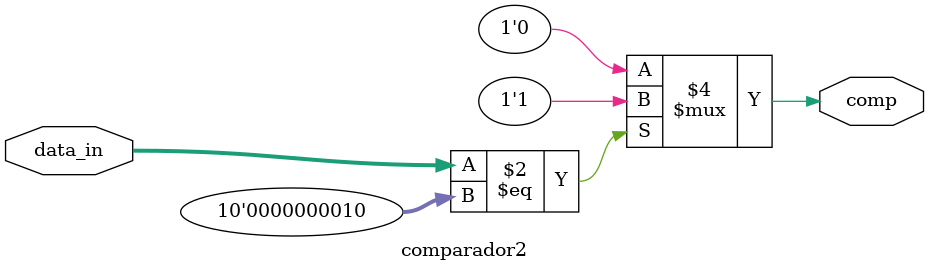
<source format=v>
`timescale 1ns / 1ps


module comparador2(
    input [9:0] data_in,
    output reg comp
    );
    always @(data_in)
        if (data_in == 2)
            comp = 1;
        else
            comp = 0;
endmodule

</source>
